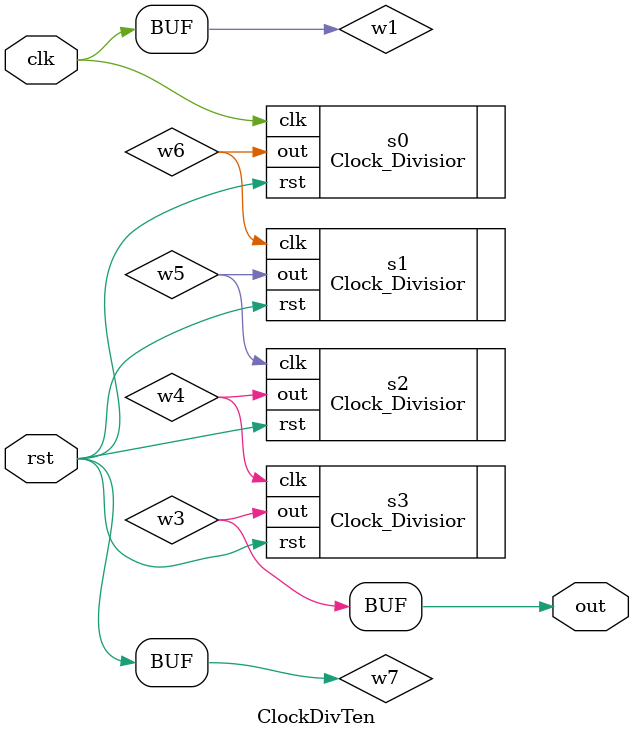
<source format=v>
module ClockDivTen(clk,rst,out);

input clk;
input rst;
output out;

wire  w1;
wire  w3;
wire  w4;
wire  w5;
wire  w6;
wire  w7;

assign w1 = clk;
assign w7 = rst;
assign out = w3;

Clock_Divisior
     s0 (
      .clk(w1),
      .out(w6),
      .rst(w7));

Clock_Divisior
     s1 (
      .out(w5),
      .clk(w6),
      .rst(w7));

Clock_Divisior
     s2 (
      .out(w4),
      .clk(w5),
      .rst(w7));

Clock_Divisior
     s3 (
      .out(w3),
      .clk(w4),
      .rst(w7));

endmodule


</source>
